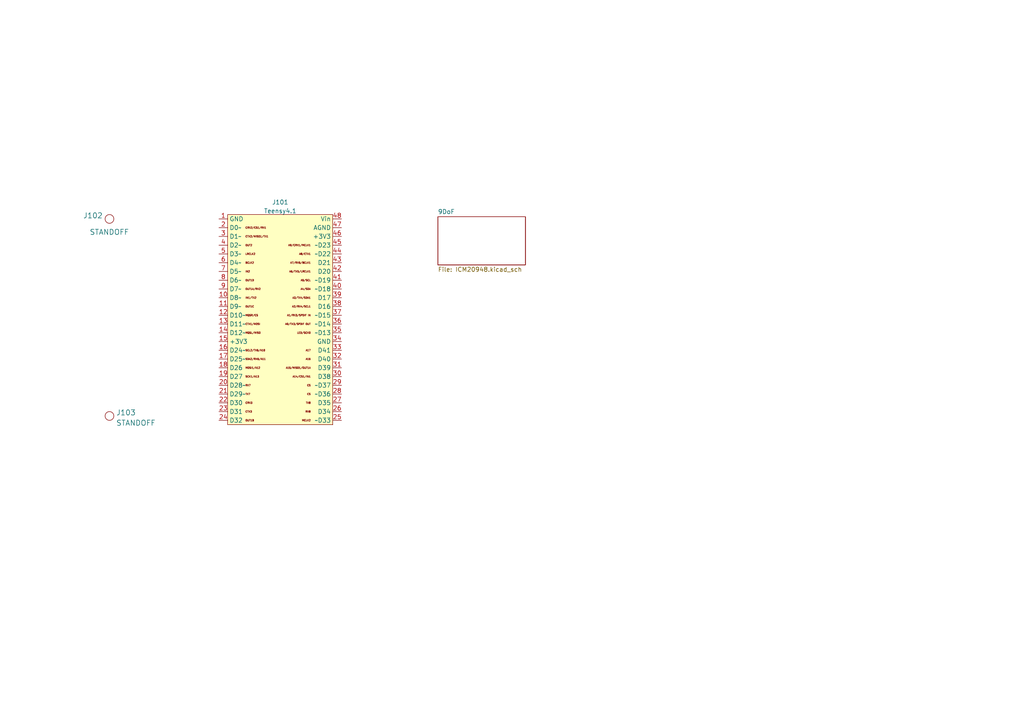
<source format=kicad_sch>
(kicad_sch (version 20211123) (generator eeschema)
  (paper "A4")
  (lib_symbols
    (symbol "KwanSystems:STANDOFF" (pin_names (offset 1.016)) (in_bom no)
      (property "Reference" "J" (at 0 3.81 0))
      (property "Value" "STANDOFF" (at 0 -3.81 0))
      (symbol "STANDOFF_0_1"
        (circle (center 0 0) (radius 1.27))
      )
    )
    (symbol "KwanSystems:Teensy4.1"
      (property "Reference" "U" (at -15.24 33.02 0))
      (property "Value" "Teensy4.1" (at 15.24 -30.48 0))
      (symbol "Teensy4.1_0_0"
        (rectangle (start -15.24 31.75) (end 15.24 -29.21) (fill (type background)))
        (text "A0/TX3/SPDIF OUT" (at 8.89 0 0) (effects (font (size 0.508 0.508)) (justify right)))
        (text "A1/RX3/SPDIF IN" (at 8.89 2.54 0) (effects (font (size 0.508 0.508)) (justify right)))
        (text "A14/CS1/IN1" (at 8.89 -15.24 0) (effects (font (size 0.508 0.508)) (justify right)))
        (text "A15/MISO1/OUT1A" (at 8.89 -12.7 0) (effects (font (size 0.508 0.508)) (justify right)))
        (text "A16" (at 8.89 -10.16 0) (effects (font (size 0.508 0.508)) (justify right)))
        (text "A17" (at 8.89 -7.62 0) (effects (font (size 0.508 0.508)) (justify right)))
        (text "A2/RX4/SCL1" (at 8.89 5.08 0) (effects (font (size 0.508 0.508)) (justify right)))
        (text "A3/TX4/SDA1" (at 8.89 7.62 0) (effects (font (size 0.508 0.508)) (justify right)))
        (text "A4/SDA" (at 8.89 10.16 0) (effects (font (size 0.508 0.508)) (justify right)))
        (text "A5/SCL" (at 8.89 12.7 0) (effects (font (size 0.508 0.508)) (justify right)))
        (text "A6/TX5/LRCLK1" (at 8.89 15.24 0) (effects (font (size 0.508 0.508)) (justify right)))
        (text "A7/RX5/BCLK1" (at 8.89 17.78 0) (effects (font (size 0.508 0.508)) (justify right)))
        (text "A8/CTX1" (at 8.89 20.32 0) (effects (font (size 0.508 0.508)) (justify right)))
        (text "A9/CRX1/MCLK1" (at 8.89 22.86 0) (effects (font (size 0.508 0.508)) (justify right)))
        (text "BCLK2" (at -10.16 17.78 0) (effects (font (size 0.508 0.508)) (justify left)))
        (text "CRX2/CS1/RX1" (at -10.16 27.94 0) (effects (font (size 0.508 0.508)) (justify left)))
        (text "CRX3" (at -10.16 -22.86 0) (effects (font (size 0.508 0.508)) (justify left)))
        (text "CS" (at 8.89 -20.32 0) (effects (font (size 0.508 0.508)) (justify right)))
        (text "CS" (at 8.89 -17.78 0) (effects (font (size 0.508 0.508)) (justify right)))
        (text "CTX1/MOSI" (at -10.16 0 0) (effects (font (size 0.508 0.508)) (justify left)))
        (text "CTX2/MISO1/TX1" (at -10.16 25.4 0) (effects (font (size 0.508 0.508)) (justify left)))
        (text "CTX3" (at -10.16 -25.4 0) (effects (font (size 0.508 0.508)) (justify left)))
        (text "IN1/TX2" (at -10.16 7.62 0) (effects (font (size 0.508 0.508)) (justify left)))
        (text "IN2" (at -10.16 15.24 0) (effects (font (size 0.508 0.508)) (justify left)))
        (text "LED/SCK0" (at 8.89 -2.54 0) (effects (font (size 0.508 0.508)) (justify right)))
        (text "LRCLK2" (at -10.16 20.32 0) (effects (font (size 0.508 0.508)) (justify left)))
        (text "MCLK2" (at 8.89 -27.94 0) (effects (font (size 0.508 0.508)) (justify right)))
        (text "MOSI1/A12" (at -10.16 -12.7 0) (effects (font (size 0.508 0.508)) (justify left)))
        (text "MQSL/MISO" (at -10.16 -2.54 0) (effects (font (size 0.508 0.508)) (justify left)))
        (text "MQSR/CS" (at -10.16 2.54 0) (effects (font (size 0.508 0.508)) (justify left)))
        (text "OUT1A/RX2" (at -10.16 10.16 0) (effects (font (size 0.508 0.508)) (justify left)))
        (text "OUT1B" (at -10.16 -27.94 0) (effects (font (size 0.508 0.508)) (justify left)))
        (text "OUT1C" (at -10.16 5.08 0) (effects (font (size 0.508 0.508)) (justify left)))
        (text "OUT1D" (at -10.16 12.7 0) (effects (font (size 0.508 0.508)) (justify left)))
        (text "OUT2" (at -10.16 22.86 0) (effects (font (size 0.508 0.508)) (justify left)))
        (text "RX7" (at -10.16 -17.78 0) (effects (font (size 0.508 0.508)) (justify left)))
        (text "RX8" (at 8.89 -25.4 0) (effects (font (size 0.508 0.508)) (justify right)))
        (text "SCK1/A13" (at -10.16 -15.24 0) (effects (font (size 0.508 0.508)) (justify left)))
        (text "SCL2/TX6/A10" (at -10.16 -7.62 0) (effects (font (size 0.508 0.508)) (justify left)))
        (text "SDA2/RX6/A11" (at -10.16 -10.16 0) (effects (font (size 0.508 0.508)) (justify left)))
        (text "TX7" (at -10.16 -20.32 0) (effects (font (size 0.508 0.508)) (justify left)))
        (text "TX8" (at 8.89 -22.86 0) (effects (font (size 0.508 0.508)) (justify right)))
      )
      (symbol "Teensy4.1_1_1"
        (pin passive line (at -17.78 30.48 0) (length 2.54) (name "GND") (number "1"))
        (pin bidirectional line (at -17.78 7.62 0) (length 2.54) (name "D8~") (number "10"))
        (pin bidirectional line (at -17.78 5.08 0) (length 2.54) (name "D9~") (number "11"))
        (pin bidirectional line (at -17.78 2.54 0) (length 2.54) (name "D10~") (number "12"))
        (pin bidirectional line (at -17.78 0 0) (length 2.54) (name "D11~") (number "13"))
        (pin bidirectional line (at -17.78 -2.54 0) (length 2.54) (name "D12~") (number "14"))
        (pin passive line (at -17.78 -5.08 0) (length 2.54) (name "+3V3") (number "15"))
        (pin bidirectional line (at -17.78 -7.62 0) (length 2.54) (name "D24~") (number "16"))
        (pin bidirectional line (at -17.78 -10.16 0) (length 2.54) (name "D25~") (number "17"))
        (pin bidirectional line (at -17.78 -12.7 0) (length 2.54) (name "D26") (number "18"))
        (pin bidirectional line (at -17.78 -15.24 0) (length 2.54) (name "D27") (number "19"))
        (pin bidirectional line (at -17.78 27.94 0) (length 2.54) (name "D0~") (number "2"))
        (pin bidirectional line (at -17.78 -17.78 0) (length 2.54) (name "D28~") (number "20"))
        (pin bidirectional line (at -17.78 -20.32 0) (length 2.54) (name "D29~") (number "21"))
        (pin bidirectional line (at -17.78 -22.86 0) (length 2.54) (name "D30") (number "22"))
        (pin bidirectional line (at -17.78 -25.4 0) (length 2.54) (name "D31") (number "23"))
        (pin bidirectional line (at -17.78 -27.94 0) (length 2.54) (name "D32") (number "24"))
        (pin bidirectional line (at 17.78 -27.94 180) (length 2.54) (name "~D33") (number "25"))
        (pin bidirectional line (at 17.78 -25.4 180) (length 2.54) (name "D34") (number "26"))
        (pin bidirectional line (at 17.78 -22.86 180) (length 2.54) (name "D35") (number "27"))
        (pin bidirectional line (at 17.78 -20.32 180) (length 2.54) (name "~D36") (number "28"))
        (pin bidirectional line (at 17.78 -17.78 180) (length 2.54) (name "~D37") (number "29"))
        (pin bidirectional line (at -17.78 25.4 0) (length 2.54) (name "D1~") (number "3"))
        (pin bidirectional line (at 17.78 -15.24 180) (length 2.54) (name "D38") (number "30"))
        (pin bidirectional line (at 17.78 -12.7 180) (length 2.54) (name "D39") (number "31"))
        (pin bidirectional line (at 17.78 -10.16 180) (length 2.54) (name "D40") (number "32"))
        (pin bidirectional line (at 17.78 -7.62 180) (length 2.54) (name "D41") (number "33"))
        (pin power_out line (at 17.78 -5.08 180) (length 2.54) (name "GND") (number "34"))
        (pin bidirectional line (at 17.78 -2.54 180) (length 2.54) (name "~D13") (number "35"))
        (pin bidirectional line (at 17.78 0 180) (length 2.54) (name "~D14") (number "36"))
        (pin bidirectional line (at 17.78 2.54 180) (length 2.54) (name "~D15") (number "37"))
        (pin bidirectional line (at 17.78 5.08 180) (length 2.54) (name "D16") (number "38"))
        (pin bidirectional line (at 17.78 7.62 180) (length 2.54) (name "D17") (number "39"))
        (pin bidirectional line (at -17.78 22.86 0) (length 2.54) (name "D2~") (number "4"))
        (pin bidirectional line (at 17.78 10.16 180) (length 2.54) (name "~D18") (number "40"))
        (pin bidirectional line (at 17.78 12.7 180) (length 2.54) (name "~D19") (number "41"))
        (pin bidirectional line (at 17.78 15.24 180) (length 2.54) (name "D20") (number "42"))
        (pin bidirectional line (at 17.78 17.78 180) (length 2.54) (name "D21") (number "43"))
        (pin bidirectional line (at 17.78 20.32 180) (length 2.54) (name "~D22") (number "44"))
        (pin bidirectional line (at 17.78 22.86 180) (length 2.54) (name "~D23") (number "45"))
        (pin power_out line (at 17.78 25.4 180) (length 2.54) (name "+3V3") (number "46"))
        (pin passive line (at 17.78 27.94 180) (length 2.54) (name "AGND") (number "47"))
        (pin bidirectional line (at 17.78 30.48 180) (length 2.54) (name "Vin") (number "48"))
        (pin bidirectional line (at -17.78 20.32 0) (length 2.54) (name "D3~") (number "5"))
        (pin bidirectional line (at -17.78 17.78 0) (length 2.54) (name "D4~") (number "6"))
        (pin bidirectional line (at -17.78 15.24 0) (length 2.54) (name "D5~") (number "7"))
        (pin bidirectional line (at -17.78 12.7 0) (length 2.54) (name "D6~") (number "8"))
        (pin bidirectional line (at -17.78 10.16 0) (length 2.54) (name "D7~") (number "9"))
      )
    )
  )
  (symbol (lib_id "KwanSystems:STANDOFF") (at 31.75 120.65 0) (unit 1) (in_bom no)
    (property "Reference" "J103" (at 33.655 119.6738 0) (effects (font (size 1.524 1.524)) (justify left)))
    (property "Value" "STANDOFF" (at 33.655 122.6672 0) (effects (font (size 1.524 1.524)) (justify left)))
    (property "Footprint" "KwanSystems:STANDOFF_NONPLATED" (effects hide))
  )
  (symbol (lib_id "KwanSystems:STANDOFF") (at 31.75 63.5 0) (mirror x) (unit 1) (in_bom no)
    (property "Reference" "J102" (at 29.8451 62.5238 0) (effects (font (size 1.524 1.524)) (justify right)))
    (property "Value" "STANDOFF" (at 37.465 67.31 0) (effects (font (size 1.524 1.524)) (justify right)))
    (property "Footprint" "KwanSystems:STANDOFF_NONPLATED" (effects hide))
  )
  (symbol (lib_id "KwanSystems:Teensy4.1") (at 81.28 93.98 0) (unit 1)
    (property "Reference" "J101" (at 81.28 58.6572 0))
    (property "Value" "Teensy4.1" (at 81.28 61.1941 0))
    (property "Footprint" "Package_DIP:DIP-48_W15.24mm" (effects hide))
  )
  (sheet (at 127 62.865) (size 25.4 13.97) (stroke (width 0.1524))
    (property "Sheet name" "9DoF" (at 127 62.1534 0) (effects (justify left bottom)))
    (property "Sheet file" "ICM20948.kicad_sch" (at 127 77.4196 0) (effects (justify left top)))
  )
)
</source>
